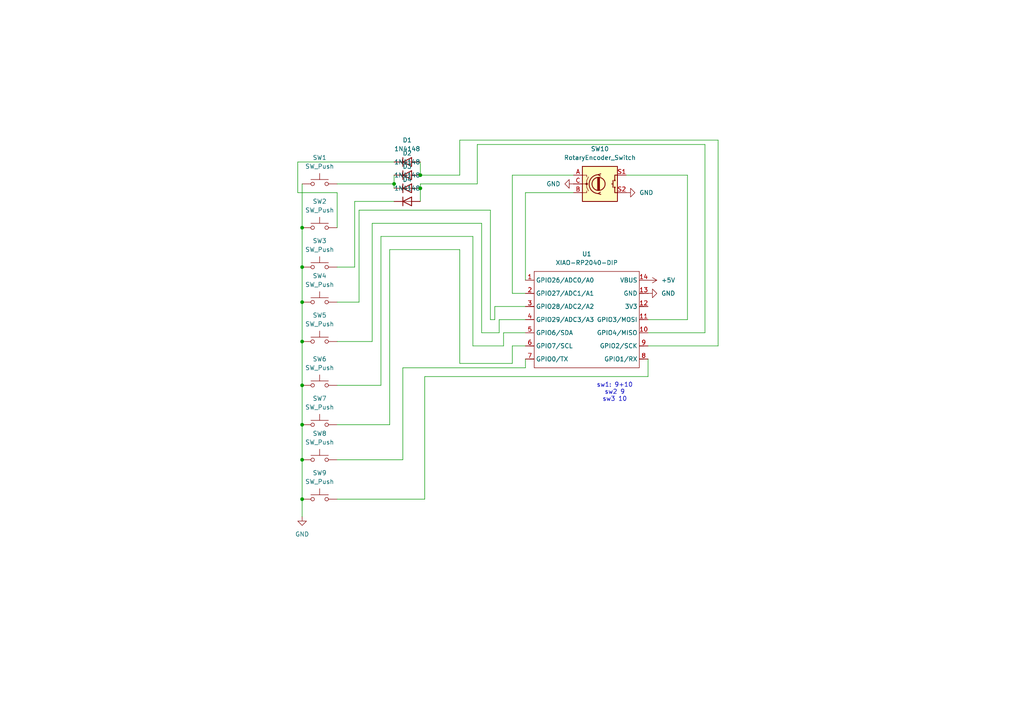
<source format=kicad_sch>
(kicad_sch (version 20250114) (generator "eeschema") (generator_version "9.0")
  (paper "A4")
  (lib_symbols
    (symbol "Device:RotaryEncoder_Switch" (pin_names (offset 0.254) (hide yes))
      (property "Reference" "SW" (at 0 6.604 0))
      (property "Value" "RotaryEncoder_Switch" (at 0 -6.604 0))
      (symbol "RotaryEncoder_Switch_0_1"
        (rectangle (start -5.08 5.08) (end 5.08 -5.08) (stroke (width 0.254)) (fill (type background)))
        (polyline (pts (xy -5.08 2.54) (xy -3.81 2.54) (xy -3.81 2.032)))
        (polyline (pts (xy -5.08 0) (xy -3.81 0) (xy -3.81 -1.016) (xy -3.302 -2.032)))
        (polyline (pts (xy -5.08 -2.54) (xy -3.81 -2.54) (xy -3.81 -2.032)))
        (polyline (pts (xy -4.318 0) (xy -3.81 0) (xy -3.81 1.016) (xy -3.302 2.032)))
        (circle (center -3.81 0) (radius 0.254) (fill (type outline)))
        (polyline (pts (xy -0.635 -1.778) (xy -0.635 1.778)) (stroke (width 0.254)))
        (circle (center -0.381 0) (radius 1.905) (stroke (width 0.254)))
        (polyline (pts (xy -0.381 -1.778) (xy -0.381 1.778)) (stroke (width 0.254)))
        (arc (start -0.381 -2.794) (mid -3.0988 -0.0635) (end -0.381 2.667) (stroke (width 0.254)))
        (polyline (pts (xy -0.127 1.778) (xy -0.127 -1.778)) (stroke (width 0.254)))
        (polyline (pts (xy 0.254 2.921) (xy -0.508 2.667) (xy 0.127 2.286)) (stroke (width 0.254)))
        (polyline (pts (xy 0.254 -3.048) (xy -0.508 -2.794) (xy 0.127 -2.413)) (stroke (width 0.254)))
        (polyline (pts (xy 3.81 1.016) (xy 3.81 -1.016)) (stroke (width 0.254)))
        (polyline (pts (xy 3.81 0) (xy 3.429 0)) (stroke (width 0.254)))
        (circle (center 4.318 1.016) (radius 0.127) (stroke (width 0.254)))
        (circle (center 4.318 -1.016) (radius 0.127) (stroke (width 0.254)))
        (polyline (pts (xy 5.08 2.54) (xy 4.318 2.54) (xy 4.318 1.016)) (stroke (width 0.254)))
        (polyline (pts (xy 5.08 -2.54) (xy 4.318 -2.54) (xy 4.318 -1.016)) (stroke (width 0.254)))
      )
      (symbol "RotaryEncoder_Switch_1_1"
        (pin passive line (at -7.62 2.54 0) (length 2.54) (name "A") (number "A"))
        (pin passive line (at -7.62 0 0) (length 2.54) (name "C") (number "C"))
        (pin passive line (at -7.62 -2.54 0) (length 2.54) (name "B") (number "B"))
        (pin passive line (at 7.62 2.54 180) (length 2.54) (name "S1") (number "S1"))
        (pin passive line (at 7.62 -2.54 180) (length 2.54) (name "S2") (number "S2"))
      )
    )
    (symbol "Diode:1N4148" (pin_numbers (hide yes)) (pin_names (hide yes))
      (property "Reference" "D" (at 0 2.54 0))
      (property "Value" "1N4148" (at 0 -2.54 0))
      (symbol "1N4148_0_1"
        (polyline (pts (xy -1.27 1.27) (xy -1.27 -1.27)) (stroke (width 0.254)))
        (polyline (pts (xy 1.27 1.27) (xy 1.27 -1.27) (xy -1.27 0) (xy 1.27 1.27)) (stroke (width 0.254)))
        (polyline (pts (xy 1.27 0) (xy -1.27 0)))
      )
      (symbol "1N4148_1_1"
        (pin passive line (at -3.81 0 0) (length 2.54) (name "K") (number "1"))
        (pin passive line (at 3.81 0 180) (length 2.54) (name "A") (number "2"))
      )
    )
    (symbol "Seeed_Studio_XIAO_Series:XIAO-RP2040-DIP"
      (property "Reference" "U" (at 0 0 0))
      (property "Value" "XIAO-RP2040-DIP" (at 5.334 -1.778 0))
      (symbol "XIAO-RP2040-DIP_1_0"
        (polyline (pts (xy -1.27 -2.54) (xy 29.21 -2.54)) (stroke (width 0.1524)))
        (polyline (pts (xy -1.27 -5.08) (xy -2.54 -5.08)) (stroke (width 0.1524)))
        (polyline (pts (xy -1.27 -5.08) (xy -1.27 -2.54)) (stroke (width 0.1524)))
        (polyline (pts (xy -1.27 -8.89) (xy -2.54 -8.89)) (stroke (width 0.1524)))
        (polyline (pts (xy -1.27 -8.89) (xy -1.27 -5.08)) (stroke (width 0.1524)))
        (polyline (pts (xy -1.27 -12.7) (xy -2.54 -12.7)) (stroke (width 0.1524)))
        (polyline (pts (xy -1.27 -12.7) (xy -1.27 -8.89)) (stroke (width 0.1524)))
        (polyline (pts (xy -1.27 -16.51) (xy -2.54 -16.51)) (stroke (width 0.1524)))
        (polyline (pts (xy -1.27 -16.51) (xy -1.27 -12.7)) (stroke (width 0.1524)))
        (polyline (pts (xy -1.27 -20.32) (xy -2.54 -20.32)) (stroke (width 0.1524)))
        (polyline (pts (xy -1.27 -24.13) (xy -2.54 -24.13)) (stroke (width 0.1524)))
        (polyline (pts (xy -1.27 -27.94) (xy -2.54 -27.94)) (stroke (width 0.1524)))
        (polyline (pts (xy -1.27 -30.48) (xy -1.27 -16.51)) (stroke (width 0.1524)))
        (polyline (pts (xy 29.21 -2.54) (xy 29.21 -5.08)) (stroke (width 0.1524)))
        (polyline (pts (xy 29.21 -5.08) (xy 29.21 -8.89)) (stroke (width 0.1524)))
        (polyline (pts (xy 29.21 -8.89) (xy 29.21 -12.7)) (stroke (width 0.1524)))
        (polyline (pts (xy 29.21 -12.7) (xy 29.21 -30.48)) (stroke (width 0.1524)))
        (polyline (pts (xy 29.21 -30.48) (xy -1.27 -30.48)) (stroke (width 0.1524)))
        (polyline (pts (xy 30.48 -5.08) (xy 29.21 -5.08)) (stroke (width 0.1524)))
        (polyline (pts (xy 30.48 -8.89) (xy 29.21 -8.89)) (stroke (width 0.1524)))
        (polyline (pts (xy 30.48 -12.7) (xy 29.21 -12.7)) (stroke (width 0.1524)))
        (polyline (pts (xy 30.48 -16.51) (xy 29.21 -16.51)) (stroke (width 0.1524)))
        (polyline (pts (xy 30.48 -20.32) (xy 29.21 -20.32)) (stroke (width 0.1524)))
        (polyline (pts (xy 30.48 -24.13) (xy 29.21 -24.13)) (stroke (width 0.1524)))
        (polyline (pts (xy 30.48 -27.94) (xy 29.21 -27.94)) (stroke (width 0.1524)))
        (pin passive line (at -3.81 -5.08 0) (length 2.54) (name "GPIO26/ADC0/A0") (number "1"))
        (pin passive line (at -3.81 -8.89 0) (length 2.54) (name "GPIO27/ADC1/A1") (number "2"))
        (pin passive line (at -3.81 -12.7 0) (length 2.54) (name "GPIO28/ADC2/A2") (number "3"))
        (pin passive line (at -3.81 -16.51 0) (length 2.54) (name "GPIO29/ADC3/A3") (number "4"))
        (pin passive line (at -3.81 -20.32 0) (length 2.54) (name "GPIO6/SDA") (number "5"))
        (pin passive line (at -3.81 -24.13 0) (length 2.54) (name "GPIO7/SCL") (number "6"))
        (pin passive line (at -3.81 -27.94 0) (length 2.54) (name "GPIO0/TX") (number "7"))
        (pin passive line (at 31.75 -5.08 180) (length 2.54) (name "VBUS") (number "14"))
        (pin passive line (at 31.75 -8.89 180) (length 2.54) (name "GND") (number "13"))
        (pin passive line (at 31.75 -12.7 180) (length 2.54) (name "3V3") (number "12"))
        (pin passive line (at 31.75 -16.51 180) (length 2.54) (name "GPIO3/MOSI") (number "11"))
        (pin passive line (at 31.75 -20.32 180) (length 2.54) (name "GPIO4/MISO") (number "10"))
        (pin passive line (at 31.75 -24.13 180) (length 2.54) (name "GPIO2/SCK") (number "9"))
        (pin passive line (at 31.75 -27.94 180) (length 2.54) (name "GPIO1/RX") (number "8"))
      )
    )
    (symbol "Switch:SW_Push" (pin_numbers (hide yes)) (pin_names (offset 1.016) (hide yes))
      (property "Reference" "SW" (at 1.27 2.54 0))
      (property "Value" "SW_Push" (at 0 -1.524 0))
      (symbol "SW_Push_0_1"
        (circle (center -2.032 0) (radius 0.508))
        (polyline (pts (xy 0 1.27) (xy 0 3.048)))
        (circle (center 2.032 0) (radius 0.508))
        (polyline (pts (xy 2.54 1.27) (xy -2.54 1.27)))
        (pin passive line (at -5.08 0 0) (length 2.54) (name "1") (number "1"))
        (pin passive line (at 5.08 0 180) (length 2.54) (name "2") (number "2"))
      )
    )
    (symbol "power:+5V" (power) (pin_numbers (hide yes)) (pin_names (offset 0) (hide yes))
      (property "Value" "+5V" (at 0 3.556 0))
      (symbol "+5V_0_1"
        (polyline (pts (xy -0.762 1.27) (xy 0 2.54)))
        (polyline (pts (xy 0 2.54) (xy 0.762 1.27)))
        (polyline (pts (xy 0 0) (xy 0 2.54)))
      )
      (symbol "+5V_1_1"
        (pin power_in line (at 0 0 90) (length 0) (name "~") (number "1"))
      )
    )
    (symbol "power:GND" (power) (pin_numbers (hide yes)) (pin_names (offset 0) (hide yes))
      (property "Value" "GND" (at 0 -3.81 0))
      (symbol "GND_0_1"
        (polyline (pts (xy 0 0) (xy 0 -1.27) (xy 1.27 -1.27) (xy 0 -2.54) (xy -1.27 -1.27) (xy 0 -1.27)))
      )
      (symbol "GND_1_1"
        (pin power_in line (at 0 0 270) (length 0) (name "~") (number "1"))
      )
    )
  )
  (text "sw1: 9+10\nsw2 9\nsw3 10" (at 178.308 113.792 0) (effects (font (size 1.27 1.27))))
  (junction (at 121.92 50.8))
  (junction (at 87.63 144.78))
  (junction (at 87.63 111.76))
  (junction (at 87.63 66.04))
  (junction (at 114.3 53.34))
  (junction (at 87.63 133.35))
  (junction (at 87.63 99.06))
  (junction (at 87.63 77.47))
  (junction (at 121.92 54.61))
  (junction (at 87.63 87.63))
  (junction (at 87.63 123.19))
  (wire (pts (xy 144.78 96.52) (xy 144.78 92.71)))
  (wire (pts (xy 133.35 105.41) (xy 148.59 105.41)))
  (wire (pts (xy 142.24 92.71) (xy 142.24 60.96)))
  (wire (pts (xy 104.14 60.96) (xy 104.14 87.63)))
  (wire (pts (xy 137.16 100.33) (xy 146.05 100.33)))
  (wire (pts (xy 133.35 105.41) (xy 133.35 72.39)))
  (wire (pts (xy 86.36 55.88) (xy 86.36 46.99)))
  (wire (pts (xy 208.28 100.33) (xy 208.28 40.64)))
  (wire (pts (xy 199.39 92.71) (xy 187.96 92.71)))
  (wire (pts (xy 187.96 96.52) (xy 204.47 96.52)))
  (wire (pts (xy 121.92 54.61) (xy 121.92 58.42)))
  (wire (pts (xy 204.47 96.52) (xy 204.47 41.91)))
  (wire (pts (xy 148.59 50.8) (xy 148.59 85.09)))
  (wire (pts (xy 143.51 92.71) (xy 143.51 88.9)))
  (wire (pts (xy 107.95 64.77) (xy 107.95 99.06)))
  (wire (pts (xy 97.79 55.88) (xy 86.36 55.88)))
  (wire (pts (xy 97.79 144.78) (xy 123.19 144.78)))
  (wire (pts (xy 87.63 99.06) (xy 87.63 111.76)))
  (wire (pts (xy 97.79 133.35) (xy 116.84 133.35)))
  (wire (pts (xy 139.7 96.52) (xy 144.78 96.52)))
  (wire (pts (xy 87.63 87.63) (xy 87.63 99.06)))
  (wire (pts (xy 87.63 133.35) (xy 87.63 144.78)))
  (wire (pts (xy 187.96 109.22) (xy 187.96 104.14)))
  (wire (pts (xy 137.16 68.58) (xy 110.49 68.58)))
  (wire (pts (xy 110.49 111.76) (xy 97.79 111.76)))
  (wire (pts (xy 148.59 85.09) (xy 152.4 85.09)))
  (wire (pts (xy 137.16 100.33) (xy 137.16 68.58)))
  (wire (pts (xy 97.79 53.34) (xy 114.3 53.34)))
  (wire (pts (xy 187.96 100.33) (xy 208.28 100.33)))
  (wire (pts (xy 97.79 66.04) (xy 97.79 55.88)))
  (wire (pts (xy 204.47 41.91) (xy 138.43 41.91)))
  (wire (pts (xy 144.78 92.71) (xy 152.4 92.71)))
  (wire (pts (xy 123.19 144.78) (xy 123.19 109.22)))
  (wire (pts (xy 146.05 96.52) (xy 152.4 96.52)))
  (wire (pts (xy 102.87 58.42) (xy 114.3 58.42)))
  (wire (pts (xy 116.84 133.35) (xy 116.84 106.68)))
  (wire (pts (xy 87.63 77.47) (xy 87.63 87.63)))
  (wire (pts (xy 152.4 55.88) (xy 152.4 81.28)))
  (wire (pts (xy 133.35 72.39) (xy 113.03 72.39)))
  (wire (pts (xy 139.7 96.52) (xy 139.7 64.77)))
  (wire (pts (xy 143.51 88.9) (xy 152.4 88.9)))
  (wire (pts (xy 148.59 105.41) (xy 148.59 100.33)))
  (wire (pts (xy 123.19 109.22) (xy 187.96 109.22)))
  (wire (pts (xy 152.4 106.68) (xy 152.4 104.14)))
  (wire (pts (xy 86.36 46.99) (xy 114.3 46.99)))
  (wire (pts (xy 166.37 50.8) (xy 148.59 50.8)))
  (wire (pts (xy 102.87 77.47) (xy 102.87 58.42)))
  (wire (pts (xy 87.63 53.34) (xy 87.63 66.04)))
  (wire (pts (xy 121.92 50.8) (xy 133.35 50.8)))
  (wire (pts (xy 97.79 77.47) (xy 102.87 77.47)))
  (wire (pts (xy 87.63 123.19) (xy 87.63 133.35)))
  (wire (pts (xy 113.03 72.39) (xy 113.03 123.19)))
  (wire (pts (xy 121.92 53.34) (xy 138.43 53.34)))
  (wire (pts (xy 199.39 50.8) (xy 199.39 92.71)))
  (wire (pts (xy 142.24 92.71) (xy 143.51 92.71)))
  (wire (pts (xy 116.84 106.68) (xy 152.4 106.68)))
  (wire (pts (xy 114.3 50.8) (xy 114.3 53.34)))
  (wire (pts (xy 148.59 100.33) (xy 152.4 100.33)))
  (wire (pts (xy 139.7 64.77) (xy 107.95 64.77)))
  (wire (pts (xy 121.92 53.34) (xy 121.92 54.61)))
  (wire (pts (xy 166.37 55.88) (xy 152.4 55.88)))
  (wire (pts (xy 142.24 60.96) (xy 104.14 60.96)))
  (wire (pts (xy 110.49 68.58) (xy 110.49 111.76)))
  (wire (pts (xy 87.63 111.76) (xy 87.63 123.19)))
  (wire (pts (xy 113.03 123.19) (xy 97.79 123.19)))
  (wire (pts (xy 133.35 40.64) (xy 133.35 50.8)))
  (wire (pts (xy 97.79 99.06) (xy 107.95 99.06)))
  (wire (pts (xy 114.3 53.34) (xy 114.3 54.61)))
  (wire (pts (xy 138.43 41.91) (xy 138.43 53.34)))
  (wire (pts (xy 121.92 46.99) (xy 121.92 50.8)))
  (wire (pts (xy 208.28 40.64) (xy 133.35 40.64)))
  (wire (pts (xy 87.63 66.04) (xy 87.63 77.47)))
  (wire (pts (xy 97.79 87.63) (xy 104.14 87.63)))
  (wire (pts (xy 181.61 50.8) (xy 199.39 50.8)))
  (wire (pts (xy 87.63 144.78) (xy 87.63 149.86)))
  (wire (pts (xy 146.05 100.33) (xy 146.05 96.52)))
  (symbol (lib_id "Switch:SW_Push") (at 92.71 123.19 0) (unit 1)
    (property "Reference" "SW7" (at 92.71 115.57 0))
    (property "Value" "SW_Push" (at 92.71 118.11 0))
    (property "Footprint" "Button_Switch_Keyboard:SW_Cherry_MX_1.00u_PCB" (effects (hide yes)))
    (property "Description" "Push button switch, generic, two pins" (effects (hide yes)))
  )
  (symbol (lib_id "power:GND") (at 166.37 53.34 270) (unit 1)
    (property "Reference" "#PWR05" (effects (hide yes)))
    (property "Value" "GND" (at 162.56 53.3399 90) (effects (justify right)))
    (property "Description" "Power symbol creates a global label with name \"GND\" , ground" (effects (hide yes)))
  )
  (symbol (lib_id "Diode:1N4148") (at 118.11 50.8 0) (unit 1)
    (property "Reference" "D2" (at 118.11 44.45 0))
    (property "Value" "1N4148" (at 118.11 46.99 0))
    (property "Footprint" "Diode_THT:D_DO-35_SOD27_P7.62mm_Horizontal" (effects (hide yes)))
    (property "Datasheet" "https://assets.nexperia.com/documents/data-sheet/1N4148_1N4448.pdf" (effects (hide yes)))
    (property "Description" "100V 0.15A standard switching diode, DO-35" (effects (hide yes)))
    (property "Sim.Device" "D" (effects (hide yes)))
    (property "Sim.Pins" "1=K 2=A" (effects (hide yes)))
  )
  (symbol (lib_id "Diode:1N4148") (at 118.11 54.61 0) (unit 1)
    (property "Reference" "D3" (at 118.11 48.26 0))
    (property "Value" "1N4148" (at 118.11 50.8 0))
    (property "Footprint" "Diode_THT:D_DO-35_SOD27_P7.62mm_Horizontal" (effects (hide yes)))
    (property "Datasheet" "https://assets.nexperia.com/documents/data-sheet/1N4148_1N4448.pdf" (effects (hide yes)))
    (property "Description" "100V 0.15A standard switching diode, DO-35" (effects (hide yes)))
    (property "Sim.Device" "D" (effects (hide yes)))
    (property "Sim.Pins" "1=K 2=A" (effects (hide yes)))
  )
  (symbol (lib_id "Diode:1N4148") (at 118.11 46.99 0) (unit 1)
    (property "Reference" "D1" (at 118.11 40.64 0))
    (property "Value" "1N4148" (at 118.11 43.18 0))
    (property "Footprint" "Diode_THT:D_DO-35_SOD27_P7.62mm_Horizontal" (effects (hide yes)))
    (property "Datasheet" "https://assets.nexperia.com/documents/data-sheet/1N4148_1N4448.pdf" (effects (hide yes)))
    (property "Description" "100V 0.15A standard switching diode, DO-35" (effects (hide yes)))
    (property "Sim.Device" "D" (effects (hide yes)))
    (property "Sim.Pins" "1=K 2=A" (effects (hide yes)))
  )
  (symbol (lib_id "power:GND") (at 187.96 85.09 90) (unit 1)
    (property "Reference" "#PWR02" (effects (hide yes)))
    (property "Value" "GND" (at 191.77 85.0899 90) (effects (justify right)))
    (property "Description" "Power symbol creates a global label with name \"GND\" , ground" (effects (hide yes)))
  )
  (symbol (lib_id "Switch:SW_Push") (at 92.71 66.04 0) (unit 1)
    (property "Reference" "SW2" (at 92.71 58.42 0))
    (property "Value" "SW_Push" (at 92.71 60.96 0))
    (property "Footprint" "Button_Switch_Keyboard:SW_Cherry_MX_1.00u_PCB" (effects (hide yes)))
    (property "Description" "Push button switch, generic, two pins" (effects (hide yes)))
  )
  (symbol (lib_id "power:+5V") (at 187.96 81.28 270) (unit 1)
    (property "Reference" "#PWR01" (effects (hide yes)))
    (property "Value" "+5V" (at 191.77 81.2799 90) (effects (justify left)))
    (property "Description" "Power symbol creates a global label with name \"+5V\"" (effects (hide yes)))
  )
  (symbol (lib_id "Device:RotaryEncoder_Switch") (at 173.99 53.34 0) (unit 1)
    (property "Reference" "SW10" (at 173.99 43.18 0))
    (property "Value" "RotaryEncoder_Switch" (at 173.99 45.72 0))
    (property "Footprint" "Rotary_Encoder:RotaryEncoder_Alps_EC11E-Switch_Vertical_H20mm" (effects (hide yes)))
    (property "Description" "Rotary encoder, dual channel, incremental quadrate outputs, with switch" (effects (hide yes)))
  )
  (symbol (lib_id "Switch:SW_Push") (at 92.71 111.76 0) (unit 1)
    (property "Reference" "SW6" (at 92.71 104.14 0))
    (property "Value" "SW_Push" (at 92.71 106.68 0))
    (property "Footprint" "Button_Switch_Keyboard:SW_Cherry_MX_1.00u_PCB" (effects (hide yes)))
    (property "Description" "Push button switch, generic, two pins" (effects (hide yes)))
  )
  (symbol (lib_id "Switch:SW_Push") (at 92.71 77.47 0) (unit 1)
    (property "Reference" "SW3" (at 92.71 69.85 0))
    (property "Value" "SW_Push" (at 92.71 72.39 0))
    (property "Footprint" "Button_Switch_Keyboard:SW_Cherry_MX_1.00u_PCB" (effects (hide yes)))
    (property "Description" "Push button switch, generic, two pins" (effects (hide yes)))
  )
  (symbol (lib_id "Seeed_Studio_XIAO_Series:XIAO-RP2040-DIP") (at 156.21 76.2 0) (unit 1)
    (property "Reference" "U1" (at 170.18 73.66 0))
    (property "Value" "XIAO-RP2040-DIP" (at 170.18 76.2 0))
    (property "Footprint" "XIAO_rp2040:XIAO-RP2040-DIP" (effects (hide yes)))
  )
  (symbol (lib_id "power:GND") (at 181.61 55.88 90) (unit 1)
    (property "Reference" "#PWR04" (effects (hide yes)))
    (property "Value" "GND" (at 185.42 55.8799 90) (effects (justify right)))
    (property "Description" "Power symbol creates a global label with name \"GND\" , ground" (effects (hide yes)))
  )
  (symbol (lib_id "power:GND") (at 87.63 149.86 0) (unit 1)
    (property "Reference" "#PWR03" (effects (hide yes)))
    (property "Value" "GND" (at 87.63 154.94 0))
    (property "Description" "Power symbol creates a global label with name \"GND\" , ground" (effects (hide yes)))
  )
  (symbol (lib_id "Switch:SW_Push") (at 92.71 144.78 0) (unit 1)
    (property "Reference" "SW9" (at 92.71 137.16 0))
    (property "Value" "SW_Push" (at 92.71 139.7 0))
    (property "Footprint" "Button_Switch_Keyboard:SW_Cherry_MX_1.00u_PCB" (effects (hide yes)))
    (property "Description" "Push button switch, generic, two pins" (effects (hide yes)))
  )
  (symbol (lib_id "Switch:SW_Push") (at 92.71 53.34 0) (unit 1)
    (property "Reference" "SW1" (at 92.71 45.72 0))
    (property "Value" "SW_Push" (at 92.71 48.26 0))
    (property "Footprint" "Button_Switch_Keyboard:SW_Cherry_MX_1.00u_PCB" (effects (hide yes)))
    (property "Description" "Push button switch, generic, two pins" (effects (hide yes)))
  )
  (symbol (lib_id "Switch:SW_Push") (at 92.71 87.63 0) (unit 1)
    (property "Reference" "SW4" (at 92.71 80.01 0))
    (property "Value" "SW_Push" (at 92.71 82.55 0))
    (property "Footprint" "Button_Switch_Keyboard:SW_Cherry_MX_1.00u_PCB" (effects (hide yes)))
    (property "Description" "Push button switch, generic, two pins" (effects (hide yes)))
  )
  (symbol (lib_id "Switch:SW_Push") (at 92.71 133.35 0) (unit 1)
    (property "Reference" "SW8" (at 92.71 125.73 0))
    (property "Value" "SW_Push" (at 92.71 128.27 0))
    (property "Footprint" "Button_Switch_Keyboard:SW_Cherry_MX_1.00u_PCB" (effects (hide yes)))
    (property "Description" "Push button switch, generic, two pins" (effects (hide yes)))
  )
  (symbol (lib_id "Switch:SW_Push") (at 92.71 99.06 0) (unit 1)
    (property "Reference" "SW5" (at 92.71 91.44 0))
    (property "Value" "SW_Push" (at 92.71 93.98 0))
    (property "Footprint" "Button_Switch_Keyboard:SW_Cherry_MX_1.00u_PCB" (effects (hide yes)))
    (property "Description" "Push button switch, generic, two pins" (effects (hide yes)))
  )
  (symbol (lib_id "Diode:1N4148") (at 118.11 58.42 0) (unit 1)
    (property "Reference" "D4" (at 118.11 52.07 0))
    (property "Value" "1N4148" (at 118.11 54.61 0))
    (property "Footprint" "Diode_THT:D_DO-35_SOD27_P7.62mm_Horizontal" (effects (hide yes)))
    (property "Datasheet" "https://assets.nexperia.com/documents/data-sheet/1N4148_1N4448.pdf" (effects (hide yes)))
    (property "Description" "100V 0.15A standard switching diode, DO-35" (effects (hide yes)))
    (property "Sim.Device" "D" (effects (hide yes)))
    (property "Sim.Pins" "1=K 2=A" (effects (hide yes)))
  )
)
</source>
